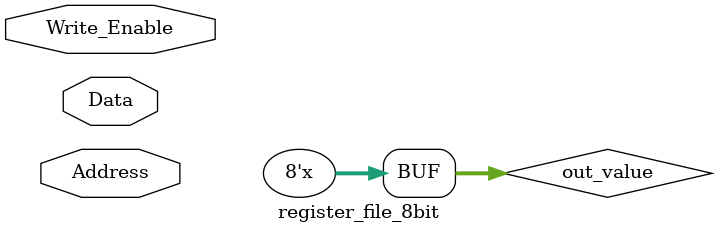
<source format=v>
module register_file_8bit(Data, Write_Enable, Address);
    inout [07:0] Data;
    input Write_Enable;
    input [01:0] Address;

	// RegisterFile storage
	reg [07:0] registers [01:0];
	reg [07:0] out_value;

	// Read from/Write to RegisterFile
	always @ ( * ) begin
		if ( Write_Enable )
			registers[Address] <= Data;
		else
			out_value <= registers[Address];
	end

	assign data = Write_Enable ? 8'bz : out_value;

endmodule
</source>
